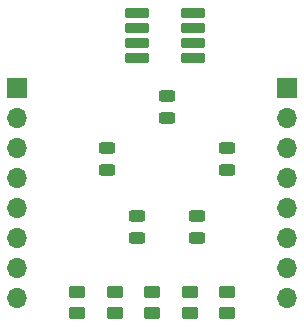
<source format=gts>
%TF.GenerationSoftware,KiCad,Pcbnew,7.0.7*%
%TF.CreationDate,2024-10-03T15:52:36-07:00*%
%TF.ProjectId,Zoe_PCB,5a6f655f-5043-4422-9e6b-696361645f70,rev?*%
%TF.SameCoordinates,Original*%
%TF.FileFunction,Soldermask,Top*%
%TF.FilePolarity,Negative*%
%FSLAX46Y46*%
G04 Gerber Fmt 4.6, Leading zero omitted, Abs format (unit mm)*
G04 Created by KiCad (PCBNEW 7.0.7) date 2024-10-03 15:52:36*
%MOMM*%
%LPD*%
G01*
G04 APERTURE LIST*
G04 Aperture macros list*
%AMRoundRect*
0 Rectangle with rounded corners*
0 $1 Rounding radius*
0 $2 $3 $4 $5 $6 $7 $8 $9 X,Y pos of 4 corners*
0 Add a 4 corners polygon primitive as box body*
4,1,4,$2,$3,$4,$5,$6,$7,$8,$9,$2,$3,0*
0 Add four circle primitives for the rounded corners*
1,1,$1+$1,$2,$3*
1,1,$1+$1,$4,$5*
1,1,$1+$1,$6,$7*
1,1,$1+$1,$8,$9*
0 Add four rect primitives between the rounded corners*
20,1,$1+$1,$2,$3,$4,$5,0*
20,1,$1+$1,$4,$5,$6,$7,0*
20,1,$1+$1,$6,$7,$8,$9,0*
20,1,$1+$1,$8,$9,$2,$3,0*%
G04 Aperture macros list end*
%ADD10RoundRect,0.250000X0.450000X-0.262500X0.450000X0.262500X-0.450000X0.262500X-0.450000X-0.262500X0*%
%ADD11RoundRect,0.243750X-0.456250X0.243750X-0.456250X-0.243750X0.456250X-0.243750X0.456250X0.243750X0*%
%ADD12RoundRect,0.250000X-0.450000X0.262500X-0.450000X-0.262500X0.450000X-0.262500X0.450000X0.262500X0*%
%ADD13R,1.700000X1.700000*%
%ADD14O,1.700000X1.700000*%
%ADD15RoundRect,0.192000X-0.800000X0.270000X-0.800000X-0.270000X0.800000X-0.270000X0.800000X0.270000X0*%
G04 APERTURE END LIST*
D10*
%TO.C,R4*%
X135255000Y-106125000D03*
X135255000Y-107950000D03*
%TD*%
D11*
%TO.C,D1*%
X137160000Y-99725000D03*
X137160000Y-101600000D03*
%TD*%
%TO.C,D5*%
X144780000Y-93980000D03*
X144780000Y-95855000D03*
%TD*%
%TO.C,D4*%
X142240000Y-99725000D03*
X142240000Y-101600000D03*
%TD*%
%TO.C,D2*%
X134620000Y-93980000D03*
X134620000Y-95855000D03*
%TD*%
D12*
%TO.C,R5*%
X132080000Y-106125000D03*
X132080000Y-107950000D03*
%TD*%
%TO.C,R2*%
X141605000Y-106125000D03*
X141605000Y-107950000D03*
%TD*%
%TO.C,R3*%
X138430000Y-106125000D03*
X138430000Y-107950000D03*
%TD*%
D13*
%TO.C,J2*%
X149860000Y-88900000D03*
D14*
X149860000Y-91440000D03*
X149860000Y-93980000D03*
X149860000Y-96520000D03*
X149860000Y-99060000D03*
X149860000Y-101600000D03*
X149860000Y-104140000D03*
X149860000Y-106680000D03*
%TD*%
D12*
%TO.C,R1*%
X144780000Y-106125000D03*
X144780000Y-107950000D03*
%TD*%
D11*
%TO.C,D3*%
X139700000Y-89565000D03*
X139700000Y-91440000D03*
%TD*%
D15*
%TO.C,U1*%
X137160000Y-82550000D03*
X137160000Y-83820000D03*
X137160000Y-85090000D03*
X137160000Y-86360000D03*
X141840000Y-86360000D03*
X141840000Y-85090000D03*
X141840000Y-83820000D03*
X141840000Y-82550000D03*
%TD*%
D13*
%TO.C,J1*%
X127000000Y-88900000D03*
D14*
X127000000Y-91440000D03*
X127000000Y-93980000D03*
X127000000Y-96520000D03*
X127000000Y-99060000D03*
X127000000Y-101600000D03*
X127000000Y-104140000D03*
X127000000Y-106680000D03*
%TD*%
M02*

</source>
